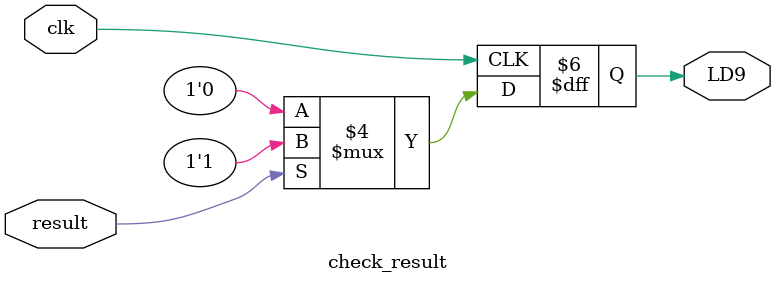
<source format=v>
module check_result(
    input   result,
    input   clk,
    output reg  LD9
);
    always@(posedge clk)begin
        if(result == 1'b1)
            LD9 = 1;
        else
            LD9 = 0;
    end
endmodule
</source>
